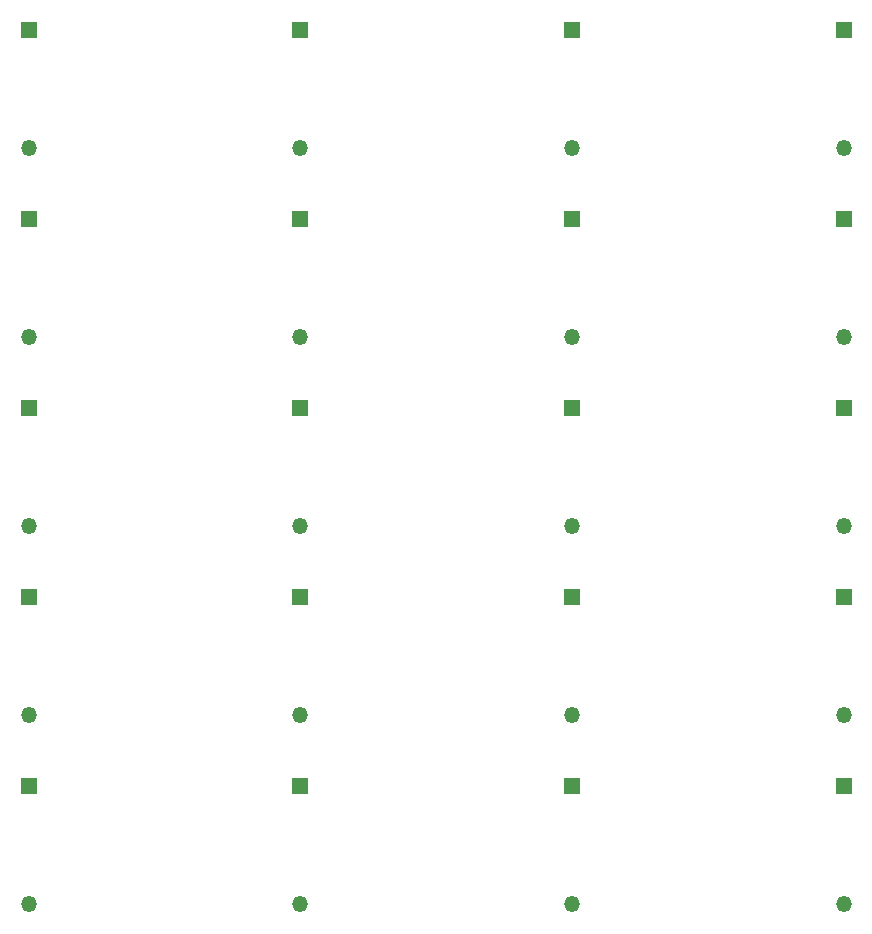
<source format=gbp>
G04 #@! TF.GenerationSoftware,KiCad,Pcbnew,(5.1.8)-1*
G04 #@! TF.CreationDate,2021-11-13T10:16:22+08:00*
G04 #@! TF.ProjectId,haptic-cloth-panelized-small,68617074-6963-42d6-936c-6f74682d7061,rev?*
G04 #@! TF.SameCoordinates,Original*
G04 #@! TF.FileFunction,Paste,Bot*
G04 #@! TF.FilePolarity,Positive*
%FSLAX46Y46*%
G04 Gerber Fmt 4.6, Leading zero omitted, Abs format (unit mm)*
G04 Created by KiCad (PCBNEW (5.1.8)-1) date 2021-11-13 10:16:22*
%MOMM*%
%LPD*%
G01*
G04 APERTURE LIST*
%ADD10O,1.350000X1.350000*%
%ADD11R,1.350000X1.350000*%
G04 APERTURE END LIST*
D10*
X131000028Y-126174037D03*
D11*
X131000028Y-116174037D03*
D10*
X108000019Y-126174037D03*
D11*
X108000019Y-116174037D03*
D10*
X85000010Y-126174037D03*
D11*
X85000010Y-116174037D03*
D10*
X62000001Y-126174037D03*
D11*
X62000001Y-116174037D03*
D10*
X131000028Y-110174028D03*
D11*
X131000028Y-100174028D03*
D10*
X108000019Y-110174028D03*
D11*
X108000019Y-100174028D03*
D10*
X85000010Y-110174028D03*
D11*
X85000010Y-100174028D03*
D10*
X62000001Y-110174028D03*
D11*
X62000001Y-100174028D03*
D10*
X131000028Y-94174019D03*
D11*
X131000028Y-84174019D03*
D10*
X108000019Y-94174019D03*
D11*
X108000019Y-84174019D03*
D10*
X85000010Y-94174019D03*
D11*
X85000010Y-84174019D03*
D10*
X62000001Y-94174019D03*
D11*
X62000001Y-84174019D03*
D10*
X131000028Y-78174010D03*
D11*
X131000028Y-68174010D03*
D10*
X108000019Y-78174010D03*
D11*
X108000019Y-68174010D03*
D10*
X85000010Y-78174010D03*
D11*
X85000010Y-68174010D03*
D10*
X62000001Y-78174010D03*
D11*
X62000001Y-68174010D03*
D10*
X131000028Y-62174001D03*
D11*
X131000028Y-52174001D03*
D10*
X108000019Y-62174001D03*
D11*
X108000019Y-52174001D03*
D10*
X85000010Y-62174001D03*
D11*
X85000010Y-52174001D03*
D10*
X62000001Y-62174001D03*
D11*
X62000001Y-52174001D03*
M02*

</source>
